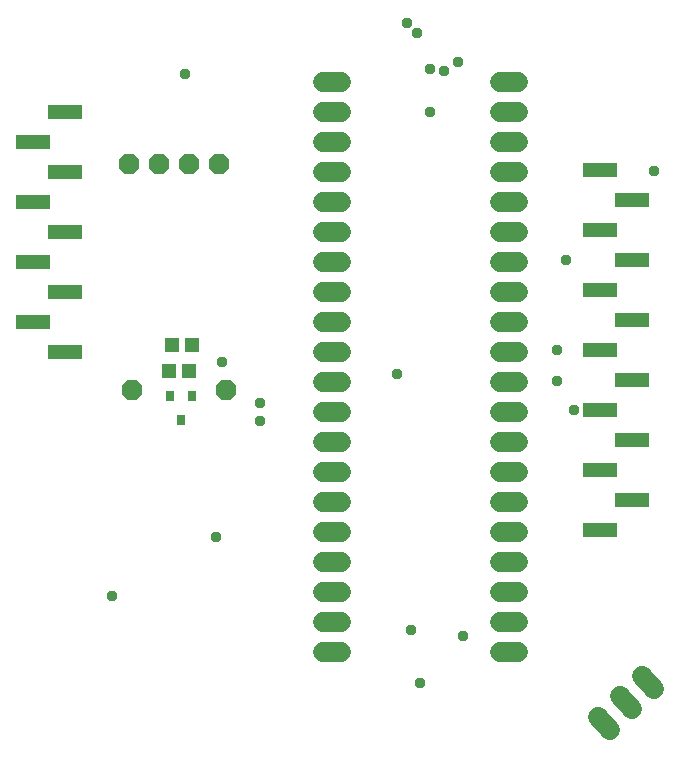
<source format=gbr>
G04 EAGLE Gerber RS-274X export*
G75*
%MOMM*%
%FSLAX34Y34*%
%LPD*%
%INSoldermask Bottom*%
%IPPOS*%
%AMOC8*
5,1,8,0,0,1.08239X$1,22.5*%
G01*
%ADD10P,1.852186X8X22.500000*%
%ADD11R,0.763200X0.933200*%
%ADD12R,1.203200X1.303200*%
%ADD13C,1.727200*%
%ADD14P,1.869504X8X22.500000*%
%ADD15R,2.903200X1.223200*%
%ADD16C,0.959600*%


D10*
X250000Y396000D03*
X330000Y396000D03*
D11*
X291623Y371058D03*
X301123Y391058D03*
X282123Y391058D03*
D12*
X281500Y412000D03*
X298500Y412000D03*
X300500Y434000D03*
X283500Y434000D03*
D13*
X681410Y154471D02*
X691803Y143325D01*
X673227Y126002D02*
X662833Y137148D01*
X644257Y119825D02*
X654651Y108680D01*
X426620Y657300D02*
X411380Y657300D01*
X411380Y631900D02*
X426620Y631900D01*
X426620Y606500D02*
X411380Y606500D01*
X411380Y581100D02*
X426620Y581100D01*
X426620Y555700D02*
X411380Y555700D01*
X411380Y530300D02*
X426620Y530300D01*
X426620Y504900D02*
X411380Y504900D01*
X411380Y479500D02*
X426620Y479500D01*
X426620Y454100D02*
X411380Y454100D01*
X411380Y428700D02*
X426620Y428700D01*
X426620Y403300D02*
X411380Y403300D01*
X411380Y377900D02*
X426620Y377900D01*
X426620Y352500D02*
X411380Y352500D01*
X411380Y327100D02*
X426620Y327100D01*
X426620Y301700D02*
X411380Y301700D01*
X411380Y276300D02*
X426620Y276300D01*
X426620Y250900D02*
X411380Y250900D01*
X411380Y225500D02*
X426620Y225500D01*
X426620Y200100D02*
X411380Y200100D01*
X411380Y174700D02*
X426620Y174700D01*
X561380Y174700D02*
X576620Y174700D01*
X576620Y200100D02*
X561380Y200100D01*
X561380Y225500D02*
X576620Y225500D01*
X576620Y250900D02*
X561380Y250900D01*
X561380Y276300D02*
X576620Y276300D01*
X576620Y301700D02*
X561380Y301700D01*
X561380Y327100D02*
X576620Y327100D01*
X576620Y352500D02*
X561380Y352500D01*
X561380Y377900D02*
X576620Y377900D01*
X576620Y403300D02*
X561380Y403300D01*
X561380Y428700D02*
X576620Y428700D01*
X576620Y454100D02*
X561380Y454100D01*
X561380Y479500D02*
X576620Y479500D01*
X576620Y504900D02*
X561380Y504900D01*
X561380Y530300D02*
X576620Y530300D01*
X576620Y555700D02*
X561380Y555700D01*
X561380Y581100D02*
X576620Y581100D01*
X576620Y606500D02*
X561380Y606500D01*
X561380Y631900D02*
X576620Y631900D01*
X576620Y657300D02*
X561380Y657300D01*
D14*
X247900Y587300D03*
X273300Y587300D03*
X298700Y587300D03*
X324100Y587300D03*
D15*
X646500Y531600D03*
X646500Y480800D03*
X673500Y506200D03*
X673500Y455400D03*
X673500Y557000D03*
X646500Y582400D03*
X646500Y379200D03*
X646500Y328400D03*
X673500Y353800D03*
X673500Y303000D03*
X673500Y404600D03*
X646500Y430000D03*
X646500Y277600D03*
X193500Y479200D03*
X193500Y530000D03*
X166500Y504600D03*
X166500Y555400D03*
X166500Y453800D03*
X193500Y428400D03*
X193500Y631600D03*
X166500Y606200D03*
X193500Y580800D03*
D16*
X321000Y272000D03*
X326000Y420000D03*
X502000Y668000D03*
X502000Y632000D03*
X233000Y222000D03*
X474000Y410000D03*
X358000Y370000D03*
X358000Y385182D03*
X692000Y582000D03*
X295000Y664000D03*
X514000Y666718D03*
X526000Y674000D03*
X494000Y148000D03*
X610000Y404000D03*
X624000Y379000D03*
X610000Y430000D03*
X491000Y699000D03*
X530000Y188000D03*
X617282Y506000D03*
X483000Y707000D03*
X486000Y192818D03*
M02*

</source>
